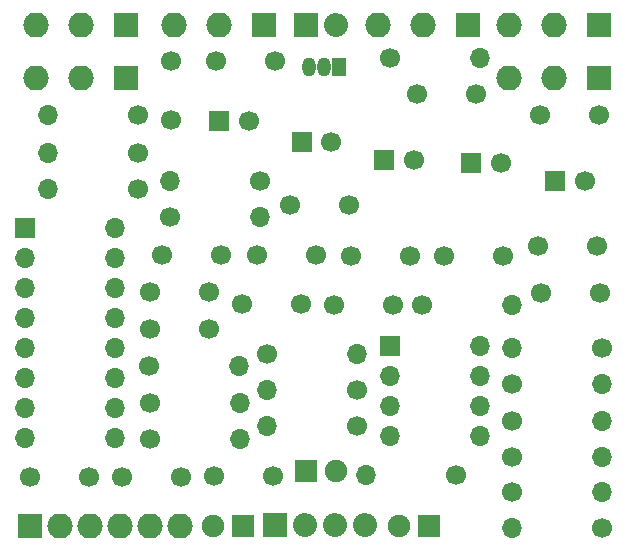
<source format=gts>
G04 #@! TF.GenerationSoftware,KiCad,Pcbnew,(5.99.0-1153-ge46e2e4e7)*
G04 #@! TF.CreationDate,2020-03-27T11:22:06+02:00*
G04 #@! TF.ProjectId,triton-delay,74726974-6f6e-42d6-9465-6c61792e6b69,rev?*
G04 #@! TF.SameCoordinates,Original*
G04 #@! TF.FileFunction,Soldermask,Top*
G04 #@! TF.FilePolarity,Negative*
%FSLAX46Y46*%
G04 Gerber Fmt 4.6, Leading zero omitted, Abs format (unit mm)*
G04 Created by KiCad (PCBNEW (5.99.0-1153-ge46e2e4e7)) date 2020-03-27 11:22:06*
%MOMM*%
%LPD*%
G01*
G04 APERTURE LIST*
%ADD10O,1.700000X1.700000*%
%ADD11C,1.700000*%
%ADD12O,2.132000X2.132000*%
%ADD13R,2.132000X2.132000*%
%ADD14O,2.030400X2.030400*%
%ADD15R,2.030400X2.030400*%
%ADD16R,1.150000X1.600000*%
%ADD17O,1.150000X1.600000*%
%ADD18R,1.700000X1.700000*%
%ADD19C,1.900000*%
%ADD20R,1.900000X1.900000*%
G04 APERTURE END LIST*
D10*
X108458000Y-75819000D03*
D11*
X116078000Y-75819000D03*
D12*
X88900000Y-46355000D03*
X92710000Y-46355000D03*
D13*
X96520000Y-46355000D03*
D12*
X128905000Y-46355000D03*
X132715000Y-46355000D03*
D13*
X136525000Y-46355000D03*
D11*
X111299000Y-65481200D03*
X106299000Y-65481200D03*
X123397000Y-61468000D03*
X128397000Y-61468000D03*
X136622800Y-64617600D03*
X131622800Y-64617600D03*
X115523000Y-61468000D03*
X120523000Y-61468000D03*
D12*
X101092000Y-84328000D03*
X98552000Y-84328000D03*
X96012000Y-84328000D03*
X93472000Y-84328000D03*
X90932000Y-84328000D03*
D13*
X88392000Y-84328000D03*
D14*
X114300000Y-41910000D03*
D15*
X111760000Y-41910000D03*
D10*
X136779000Y-81407000D03*
D11*
X129159000Y-81407000D03*
D10*
X136779000Y-78473300D03*
D11*
X129159000Y-78473300D03*
D10*
X136779000Y-75425300D03*
D11*
X129159000Y-75425300D03*
D10*
X129159000Y-84518500D03*
D11*
X136779000Y-84518500D03*
D10*
X89916000Y-49530000D03*
D11*
X97536000Y-49530000D03*
D10*
X126492000Y-44704000D03*
D11*
X118872000Y-44704000D03*
D10*
X106106600Y-73863200D03*
D11*
X98486600Y-73863200D03*
D10*
X106095800Y-70789800D03*
D11*
X98475800Y-70789800D03*
D10*
X106106600Y-76911200D03*
D11*
X98486600Y-76911200D03*
D10*
X89916000Y-52705000D03*
D11*
X97536000Y-52705000D03*
D10*
X89916000Y-55753000D03*
D11*
X97536000Y-55753000D03*
D10*
X107823000Y-58166000D03*
D11*
X100203000Y-58166000D03*
D10*
X100203000Y-55118000D03*
D11*
X107823000Y-55118000D03*
D10*
X129159000Y-65633600D03*
D11*
X121539000Y-65633600D03*
D10*
X116840000Y-80010000D03*
D11*
X124460000Y-80010000D03*
D10*
X129159000Y-69215000D03*
D11*
X136779000Y-69215000D03*
D10*
X136779000Y-72263000D03*
D11*
X129159000Y-72263000D03*
D10*
X116078000Y-69723000D03*
D11*
X108458000Y-69723000D03*
D10*
X108458000Y-72771000D03*
D11*
X116078000Y-72771000D03*
D12*
X128905000Y-41910000D03*
X132715000Y-41910000D03*
D13*
X136525000Y-41910000D03*
D12*
X117856000Y-41910000D03*
X121666000Y-41910000D03*
D13*
X125476000Y-41910000D03*
D12*
X100584000Y-41910000D03*
X104394000Y-41910000D03*
D13*
X108204000Y-41910000D03*
D12*
X88900000Y-41910000D03*
X92710000Y-41910000D03*
D13*
X96520000Y-41910000D03*
D16*
X114554000Y-45466000D03*
D17*
X112014000Y-45466000D03*
X113284000Y-45466000D03*
D14*
X116738400Y-84226400D03*
X114198400Y-84226400D03*
X111658400Y-84226400D03*
D15*
X109118400Y-84226400D03*
D10*
X126492000Y-69088000D03*
X118872000Y-76708000D03*
X126492000Y-71628000D03*
X118872000Y-74168000D03*
X126492000Y-74168000D03*
X118872000Y-71628000D03*
X126492000Y-76708000D03*
D18*
X118872000Y-69088000D03*
D10*
X95554800Y-59055000D03*
X87934800Y-76835000D03*
X95554800Y-61595000D03*
X87934800Y-74295000D03*
X95554800Y-64135000D03*
X87934800Y-71755000D03*
X95554800Y-66675000D03*
X87934800Y-69215000D03*
X95554800Y-69215000D03*
X87934800Y-66675000D03*
X95554800Y-71755000D03*
X87934800Y-64135000D03*
X95554800Y-74295000D03*
X87934800Y-61595000D03*
X95554800Y-76835000D03*
D18*
X87934800Y-59055000D03*
D19*
X114236500Y-79692500D03*
D20*
X111696500Y-79692500D03*
D19*
X103822500Y-84328000D03*
D20*
X106362500Y-84328000D03*
D19*
X119570500Y-84328000D03*
D20*
X122110500Y-84328000D03*
D11*
X128230000Y-53594000D03*
D18*
X125730000Y-53594000D03*
D11*
X120864000Y-53340000D03*
D18*
X118364000Y-53340000D03*
D11*
X135342000Y-55118000D03*
D18*
X132842000Y-55118000D03*
D11*
X106894000Y-50038000D03*
D18*
X104394000Y-50038000D03*
D11*
X113879000Y-51816000D03*
D18*
X111379000Y-51816000D03*
D11*
X103501200Y-67614800D03*
X98501200Y-67614800D03*
X93392000Y-80137000D03*
X88392000Y-80137000D03*
X96155500Y-80137000D03*
X101155500Y-80137000D03*
X100330000Y-49958000D03*
X100330000Y-44958000D03*
X109140000Y-44958000D03*
X104140000Y-44958000D03*
X126158000Y-47752000D03*
X121158000Y-47752000D03*
X136572000Y-49530000D03*
X131572000Y-49530000D03*
X112569000Y-61341000D03*
X107569000Y-61341000D03*
X98530400Y-64490600D03*
X103530400Y-64490600D03*
X99521000Y-61341000D03*
X104521000Y-61341000D03*
X115363000Y-57150000D03*
X110363000Y-57150000D03*
X131398000Y-60579000D03*
X136398000Y-60579000D03*
X119071400Y-65633600D03*
X114071400Y-65633600D03*
X103940600Y-80035400D03*
X108940600Y-80035400D03*
M02*

</source>
